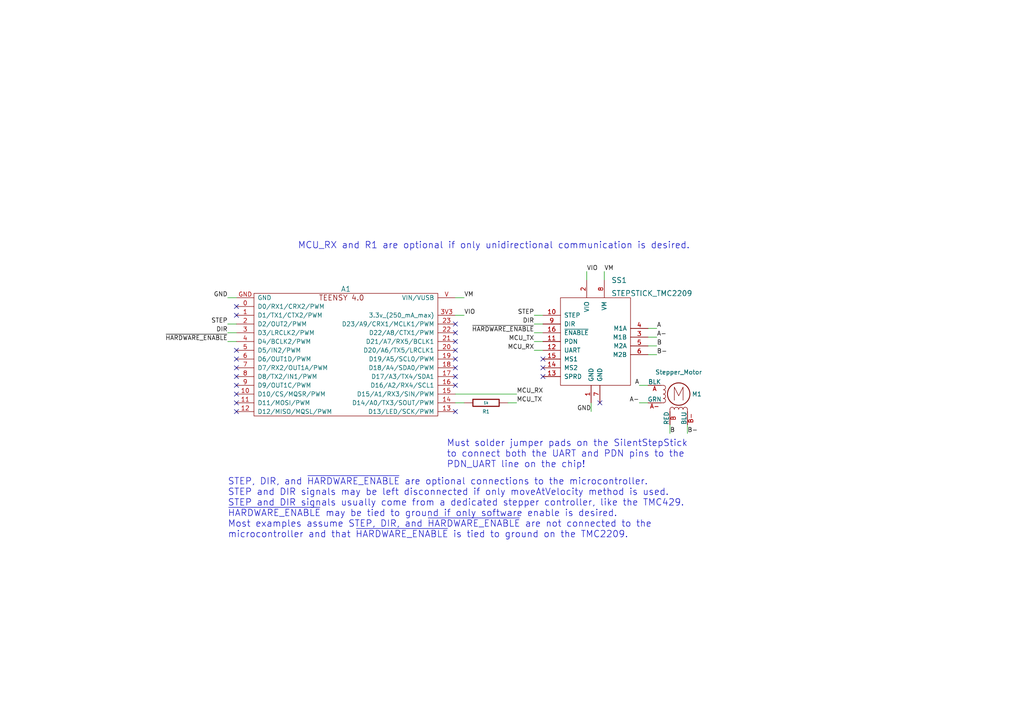
<source format=kicad_sch>
(kicad_sch (version 20230121) (generator eeschema)
  (paper "A4")
  (title_block (title "Trinamic Wiring") (date "2023-08-02") (rev "0.4") (company "Janelia Research Campus"))
  (lib_symbols
    (symbol "Janelia:1k_0805" (pin_numbers hide) (pin_names (offset 0))
      (property "Reference" "R" (at 2.032 0 90))
      (property "Value" "1k_0805" (at 0 0 90))
      (symbol "1k_0805_0_1"
        (rectangle (start -1.016 3.81) (end 1.016 -3.81) (stroke (width 0.3048)))
      )
      (symbol "1k_0805_1_1"
        (pin passive line (at 0 6.35 270) (length 2.54) (name "~") (number "1"))
        (pin passive line (at 0 -6.35 90) (length 2.54) (name "~") (number "2"))
      )
    )
    (symbol "Janelia:STEPSTICK_TMC2209" (pin_names (offset 1.016))
      (property "Reference" "SS" (at 0 -24.13 0))
      (property "Value" "STEPSTICK_TMC2209" (at 0 24.13 0))
      (symbol "STEPSTICK_TMC2209_0_1"
        (rectangle (start -10.16 12.7) (end 10.16 -12.7))
      )
      (symbol "STEPSTICK_TMC2209_1_1"
        (pin power_in line (at -1.27 -17.78 90) (length 5.08) (name "GND") (number "1"))
        (pin input line (at -15.24 7.62 0) (length 5.08) (name "STEP") (number "10"))
        (pin bidirectional line (at -15.24 0 0) (length 5.08) (name "PDN") (number "11"))
        (pin bidirectional line (at -15.24 -2.54 0) (length 5.08) (name "UART") (number "12"))
        (pin input line (at -15.24 -10.16 0) (length 5.08) (name "SPRD") (number "13"))
        (pin input line (at -15.24 -7.62 0) (length 5.08) (name "MS2") (number "14"))
        (pin input line (at -15.24 -5.08 0) (length 5.08) (name "MS1") (number "15"))
        (pin input line (at -15.24 2.54 0) (length 5.08) (name "~{ENABLE}") (number "16"))
        (pin power_in line (at -2.54 17.78 270) (length 5.08) (name "VIO") (number "2"))
        (pin power_out line (at 15.24 1.27 180) (length 5.08) (name "M1B") (number "3"))
        (pin power_out line (at 15.24 3.81 180) (length 5.08) (name "M1A") (number "4"))
        (pin power_out line (at 15.24 -1.27 180) (length 5.08) (name "M2A") (number "5"))
        (pin power_out line (at 15.24 -3.81 180) (length 5.08) (name "M2B") (number "6"))
        (pin power_in line (at 1.27 -17.78 90) (length 5.08) (name "GND") (number "7"))
        (pin power_in line (at 2.54 17.78 270) (length 5.08) (name "VM") (number "8"))
        (pin input line (at -15.24 5.08 0) (length 5.08) (name "DIR") (number "9"))
      )
    )
    (symbol "Janelia:Stepper_Motor_QSH2818-32-07-006" (pin_names (offset 0))
      (property "Reference" "M" (at 3.81 0 0))
      (property "Value" "Stepper_Motor_QSH2818-32-07-006" (at 0 6.35 0))
      (symbol "Stepper_Motor_QSH2818-32-07-006_0_0"
        (polyline (pts (xy -1.27 -1.778) (xy -1.27 2.032) (xy 0 -0.508) (xy 1.27 2.032) (xy 1.27 -1.778)))
      )
      (symbol "Stepper_Motor_QSH2818-32-07-006_0_1"
        (arc (start -4.445 -2.54) (mid -3.8127 -1.905) (end -4.445 -1.27))
        (arc (start -4.445 -1.27) (mid -3.8127 -0.635) (end -4.445 0))
        (arc (start -4.445 0) (mid -3.8127 0.635) (end -4.445 1.27))
        (arc (start -4.445 1.27) (mid -3.8127 1.905) (end -4.445 2.54))
        (arc (start -1.27 -4.445) (mid -1.905 -3.8127) (end -2.54 -4.445))
        (arc (start 0 -4.445) (mid -0.635 -3.8127) (end -1.27 -4.445))
        (polyline (pts (xy -5.08 -2.54) (xy -4.445 -2.54)))
        (polyline (pts (xy -5.08 2.54) (xy -4.445 2.54)))
        (polyline (pts (xy -2.54 -5.08) (xy -2.54 -4.445)))
        (polyline (pts (xy 2.54 -5.08) (xy 2.54 -4.445)))
        (circle (center 0 0) (radius 3.2512) (stroke (width 0.254)))
        (arc (start 1.27 -4.445) (mid 0.635 -3.8127) (end 0 -4.445))
        (arc (start 2.54 -4.445) (mid 1.905 -3.8127) (end 1.27 -4.445))
      )
      (symbol "Stepper_Motor_QSH2818-32-07-006_1_1"
        (pin passive line (at -8.89 2.54 0) (length 3.81) (name "BLK") (number "A"))
        (pin passive line (at -8.89 -2.54 0) (length 3.81) (name "GRN") (number "A-"))
        (pin passive line (at -2.54 -8.89 90) (length 3.81) (name "RED") (number "B"))
        (pin passive line (at 2.54 -8.89 90) (length 3.81) (name "BLU") (number "B-"))
      )
    )
    (symbol "Janelia:TEENSY_4.0_HEADERS" (pin_names (offset 1.016))
      (property "Reference" "A" (at 0 19.05 0))
      (symbol "TEENSY_4.0_HEADERS_0_1"
        (rectangle (start -26.67 17.78) (end 26.67 -17.78))
      )
      (symbol "TEENSY_4.0_HEADERS_1_1"
        (text "TEENSY 4.0" (at -1.27 16.51 0) (effects (font (size 1.524 1.524))))
        (pin bidirectional line (at -31.75 13.97 0) (length 5.08) (name "D0/RX1/CRX2/PWM") (number "0"))
        (pin bidirectional line (at -31.75 11.43 0) (length 5.08) (name "D1/TX1/CTX2/PWM") (number "1"))
        (pin bidirectional line (at -31.75 -11.43 0) (length 5.08) (name "D10/CS/MQSR/PWM") (number "10"))
        (pin bidirectional line (at -31.75 -13.97 0) (length 5.08) (name "D11/MOSI/PWM") (number "11"))
        (pin bidirectional line (at -31.75 -16.51 0) (length 5.08) (name "D12/MISO/MQSL/PWM") (number "12"))
        (pin bidirectional line (at 31.75 -16.51 180) (length 5.08) (name "D13/LED/SCK/PWM") (number "13"))
        (pin passive line (at 31.75 -13.97 180) (length 5.08) (name "D14/A0/TX3/SOUT/PWM") (number "14"))
        (pin passive line (at 31.75 -11.43 180) (length 5.08) (name "D15/A1/RX3/SIN/PWM") (number "15"))
        (pin passive line (at 31.75 -8.89 180) (length 5.08) (name "D16/A2/RX4/SCL1") (number "16"))
        (pin passive line (at 31.75 -6.35 180) (length 5.08) (name "D17/A3/TX4/SDA1") (number "17"))
        (pin passive line (at 31.75 -3.81 180) (length 5.08) (name "D18/A4/SDA0/PWM") (number "18"))
        (pin passive line (at 31.75 -1.27 180) (length 5.08) (name "D19/A5/SCL0/PWM") (number "19"))
        (pin bidirectional line (at -31.75 8.89 0) (length 5.08) (name "D2/OUT2/PWM") (number "2"))
        (pin passive line (at 31.75 1.27 180) (length 5.08) (name "D20/A6/TX5/LRCLK1") (number "20"))
        (pin passive line (at 31.75 3.81 180) (length 5.08) (name "D21/A7/RX5/BCLK1") (number "21"))
        (pin passive line (at 31.75 6.35 180) (length 5.08) (name "D22/A8/CTX1/PWM") (number "22"))
        (pin passive line (at 31.75 8.89 180) (length 5.08) (name "D23/A9/CRX1/MCLK1/PWM") (number "23"))
        (pin bidirectional line (at -31.75 6.35 0) (length 5.08) (name "D3/LRCLK2/PWM") (number "3"))
        (pin power_out line (at 31.75 11.43 180) (length 5.08) (name "3.3v_(250_mA_max)") (number "3V3"))
        (pin bidirectional line (at -31.75 3.81 0) (length 5.08) (name "D4/BCLK2/PWM") (number "4"))
        (pin bidirectional line (at -31.75 1.27 0) (length 5.08) (name "D5/IN2/PWM") (number "5"))
        (pin bidirectional line (at -31.75 -1.27 0) (length 5.08) (name "D6/OUT1D/PWM") (number "6"))
        (pin bidirectional line (at -31.75 -3.81 0) (length 5.08) (name "D7/RX2/OUT1A/PWM") (number "7"))
        (pin bidirectional line (at -31.75 -6.35 0) (length 5.08) (name "D8/TX2/IN1/PWM") (number "8"))
        (pin bidirectional line (at -31.75 -8.89 0) (length 5.08) (name "D9/OUT1C/PWM") (number "9"))
        (pin passive line (at -31.75 16.51 0) (length 5.08) (name "GND") (number "GND"))
        (pin passive line (at 31.75 16.51 180) (length 5.08) (name "VIN/VUSB") (number "V"))
      )
    )
  )
  (no_connect (at 173.99 116.84))
  (no_connect (at 157.48 106.68))
  (no_connect (at 68.58 88.9))
  (no_connect (at 68.58 104.14))
  (no_connect (at 68.58 101.6))
  (no_connect (at 68.58 106.68))
  (no_connect (at 68.58 109.22))
  (no_connect (at 68.58 111.76))
  (no_connect (at 68.58 114.3))
  (no_connect (at 68.58 116.84))
  (no_connect (at 68.58 119.38))
  (no_connect (at 132.08 96.52))
  (no_connect (at 132.08 93.98))
  (no_connect (at 132.08 119.38))
  (no_connect (at 132.08 111.76))
  (no_connect (at 132.08 109.22))
  (no_connect (at 132.08 106.68))
  (no_connect (at 132.08 104.14))
  (no_connect (at 132.08 101.6))
  (no_connect (at 132.08 99.06))
  (no_connect (at 157.48 109.22))
  (no_connect (at 157.48 104.14))
  (no_connect (at 68.58 91.44))
  (wire (pts (xy 132.08 86.36) (xy 134.62 86.36)))
  (wire (pts (xy 154.94 101.6) (xy 157.48 101.6)))
  (wire (pts (xy 185.42 111.76) (xy 187.96 111.76)))
  (wire (pts (xy 66.04 93.98) (xy 68.58 93.98)))
  (wire (pts (xy 66.04 96.52) (xy 68.58 96.52)))
  (wire (pts (xy 154.94 91.44) (xy 157.48 91.44)))
  (wire (pts (xy 170.18 78.74) (xy 170.18 81.28)))
  (wire (pts (xy 194.31 123.19) (xy 194.31 125.73)))
  (wire (pts (xy 68.58 86.36) (xy 66.04 86.36)))
  (wire (pts (xy 187.96 95.25) (xy 190.5 95.25)))
  (wire (pts (xy 187.96 102.87) (xy 190.5 102.87)))
  (wire (pts (xy 154.94 93.98) (xy 157.48 93.98)))
  (wire (pts (xy 185.42 116.84) (xy 187.96 116.84)))
  (wire (pts (xy 132.08 116.84) (xy 134.62 116.84)))
  (wire (pts (xy 171.45 116.84) (xy 171.45 119.38)))
  (wire (pts (xy 187.96 97.79) (xy 190.5 97.79)))
  (wire (pts (xy 154.94 99.06) (xy 157.48 99.06)))
  (wire (pts (xy 199.39 123.19) (xy 199.39 125.73)))
  (wire (pts (xy 132.08 91.44) (xy 134.62 91.44)))
  (wire (pts (xy 149.86 116.84) (xy 147.32 116.84)))
  (wire (pts (xy 187.96 100.33) (xy 190.5 100.33)))
  (wire (pts (xy 132.08 114.3) (xy 149.86 114.3)))
  (wire (pts (xy 154.94 96.52) (xy 157.48 96.52)))
  (wire (pts (xy 175.26 78.74) (xy 175.26 81.28)))
  (wire (pts (xy 66.04 99.06) (xy 68.58 99.06)))
  (text "MCU_RX and R1 are optional if only unidirectional communication is desired." (at 86.36 72.39 0) (effects (font (size 1.905 1.905)) (justify left bottom)))
  (text "STEP, DIR, and ~{HARDWARE_ENABLE} are optional connections to the microcontroller.\nSTEP and DIR signals may be left disconnected if only moveAtVelocity method is used.\nSTEP and DIR signals usually come from a dedicated stepper controller, like the TMC429.\n~{HARDWARE_ENABLE} may be tied to ground if only software enable is desired.\nMost examples assume STEP, DIR, and ~{HARDWARE_ENABLE} are not connected to the\nmicrocontroller and that ~{HARDWARE_ENABLE} is tied to ground on the TMC2209." (at 66.04 156.21 0) (effects (font (size 1.905 1.905)) (justify left bottom)))
  (text "Must solder jumper pads on the SilentStepStick\nto connect both the UART and PDN pins to the\nPDN_UART line on the chip!" (at 129.54 135.89 0) (effects (font (size 1.905 1.905)) (justify left bottom)))
  (label "A-" (at 190.5 97.79 0))
  (label "DIR" (at 154.94 93.98 180))
  (label "~{HARDWARE_ENABLE}" (at 66.04 99.06 180))
  (label "MCU_RX" (at 154.94 101.6 180))
  (label "VM" (at 134.62 86.36 0))
  (label "VIO" (at 134.62 91.44 0))
  (label "B-" (at 199.39 125.73 0))
  (label "VM" (at 175.26 78.74 0))
  (label "B" (at 194.31 125.73 0))
  (label "GND" (at 171.45 119.38 180))
  (label "B-" (at 190.5 102.87 0))
  (label "A" (at 185.42 111.76 180))
  (label "DIR" (at 66.04 96.52 180))
  (label "VIO" (at 170.18 78.74 0))
  (label "MCU_TX" (at 154.94 99.06 180))
  (label "A-" (at 185.42 116.84 180))
  (label "~{HARDWARE_ENABLE}" (at 154.94 96.52 180))
  (label "B" (at 190.5 100.33 0))
  (label "STEP" (at 66.04 93.98 180))
  (label "MCU_TX" (at 149.86 116.84 0))
  (label "STEP" (at 154.94 91.44 180))
  (label "A" (at 190.5 95.25 0))
  (label "GND" (at 66.04 86.36 180))
  (label "MCU_RX" (at 149.86 114.3 0))
  (symbol (lib_id "Janelia:STEPSTICK_TMC2209") (at 172.72 99.06 0) (unit 1)
    (property "Reference" "SS1" (at 177.2794 81.28 0) (effects (font (size 1.524 1.524)) (justify left)))
    (property "Value" "STEPSTICK_TMC2209" (at 177.2794 85.09 0) (effects (font (size 1.524 1.524)) (justify left)))
    (property "Footprint" "footprints:STEPSTICK_TMC2209" (effects hide))
    (property "Vendor" "Digi-Key" (effects hide))
    (property "Vendor Part Number" "ED90331-ND" (effects hide))
    (property "Description" "CONN PIN RCPT .025-.037 SOLDER" (effects hide))
    (property "Quantity" "16" (effects hide))
    (property "Manufacturer" "Mill-Max Manufacturing Corp." (effects hide))
    (property "Manufacturer Part Number" "0305-0-15-15-47-27-10-0" (effects hide))
  )
  (symbol (lib_id "Janelia:TEENSY_4.0_HEADERS") (at 100.33 102.87 0) (unit 1)
    (property "Reference" "A1" (at 100.33 83.82 0) (effects (font (size 1.524 1.524))))
    (property "Value" "TEENSY_4.0_HEADERS" (effects hide))
    (property "Footprint" "Janelia:TEENSY_4.0_HEADERS" (effects hide))
    (property "Vendor" "Digi-Key" (effects hide))
    (property "Vendor Part Number" "S7047-ND" (effects hide))
    (property "Description" "CONN HDR 14POS 0.1 GOLD PCB" (effects hide))
    (property "Manufacturer" "Sullins Connector Solutions" (effects hide))
    (property "Manufacturer Part Number" "PPPC141LFBN-RC" (effects hide))
    (property "Sim.Enable" "0" (effects hide))
  )
  (symbol (lib_id "Janelia:1k_0805") (at 140.97 116.84 270) (unit 1)
    (property "Reference" "R1" (at 140.97 119.38 90) (effects (font (size 1.016 1.016))))
    (property "Value" "1k" (at 140.97 116.84 90) (effects (font (size 0.762 0.762))))
    (property "Footprint" "footprints:SM0805" (effects hide))
    (property "Vendor" "Digi-Key" (effects hide))
    (property "Vendor Part Number" "P1.00KCCT-ND" (effects hide))
    (property "Description" "RES SMD 1K OHM 1% 1/8W" (effects hide))
    (property "Package" "0805" (effects hide))
  )
  (symbol (lib_id "Janelia:Stepper_Motor_QSH2818-32-07-006") (at 196.85 114.3 0) (unit 1)
    (property "Reference" "M1" (at 200.66 114.3 0) (effects (justify left)))
    (property "Value" "Stepper_Motor" (at 196.85 107.95 0))
    (property "Manufacturer" "Trinamic Motion Control" (effects hide))
    (property "Manufacturer Part Number" "QSH2818-32-07-006" (effects hide))
    (property "Vendor" "Digi-Key" (effects hide))
    (property "Vendor Part Number" "1460-1072-ND" (effects hide))
  )
)
</source>
